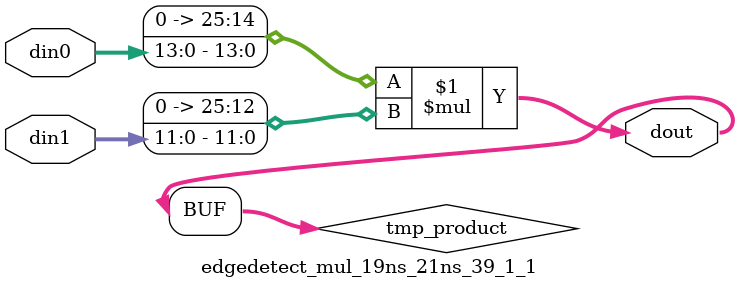
<source format=v>

`timescale 1 ns / 1 ps

 module edgedetect_mul_19ns_21ns_39_1_1(din0, din1, dout);
parameter ID = 1;
parameter NUM_STAGE = 0;
parameter din0_WIDTH = 14;
parameter din1_WIDTH = 12;
parameter dout_WIDTH = 26;

input [din0_WIDTH - 1 : 0] din0; 
input [din1_WIDTH - 1 : 0] din1; 
output [dout_WIDTH - 1 : 0] dout;

wire signed [dout_WIDTH - 1 : 0] tmp_product;
























assign tmp_product = $signed({1'b0, din0}) * $signed({1'b0, din1});











assign dout = tmp_product;





















endmodule

</source>
